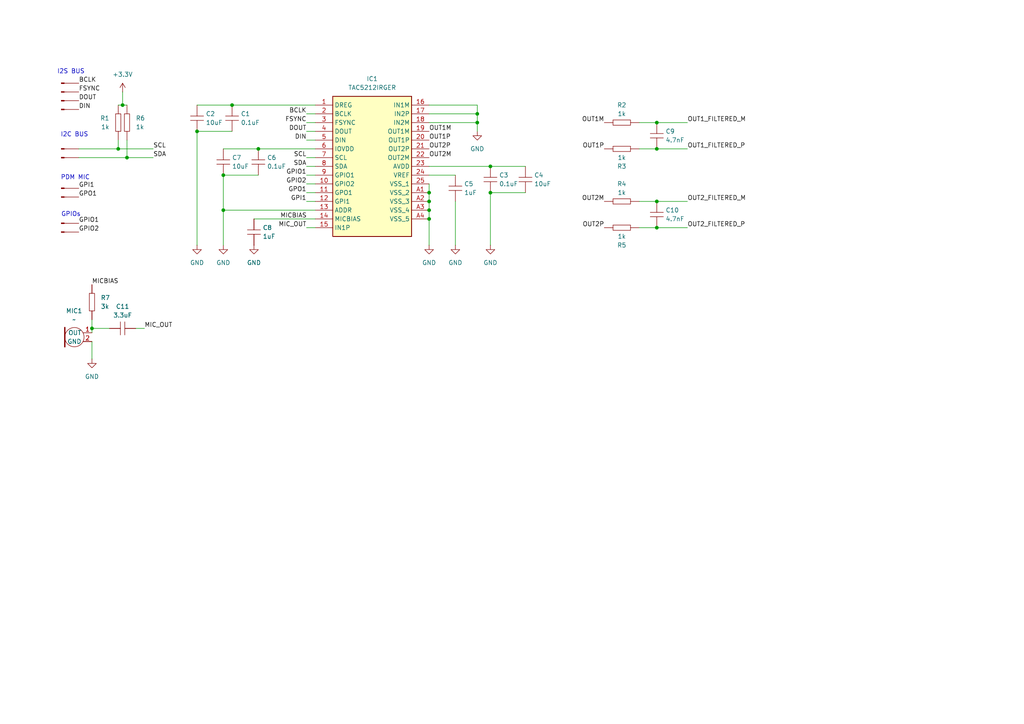
<source format=kicad_sch>
(kicad_sch (version 20250114) (generator "eeschema") (generator_version "9.0")
  (paper "A4")
  (lib_symbols
    (symbol "TheCompany:C_Generic" (pin_numbers (hide yes))
      (property "Reference" "C" (at 0 3.048 0))
      (symbol "C_Generic_0_1"
        (polyline (pts (xy -0.635 1.905) (xy -0.635 -1.905)))
        (polyline (pts (xy 0.635 1.905) (xy 0.635 -1.905)))
      )
      (symbol "C_Generic_1_1"
        (pin passive line (at -3.81 0 0) (length 3.175) (name "") (number "1"))
        (pin passive line (at 3.81 0 180) (length 3.175) (name "") (number "2"))
      )
    )
    (symbol "TheCompany:Electret_Microphone"
      (property "Reference" "MIC" (at 0 4.064 0))
      (symbol "Electret_Microphone_0_1"
        (circle (center -1.27 0) (radius 2.794))
      )
      (symbol "Electret_Microphone_1_1"
        (polyline (pts (xy -4.064 2.794) (xy -4.064 -2.794)) (stroke (width 0.381)))
        (pin output line (at 3.81 1.27 180) (length 2.54) (name "OUT") (number "1"))
        (pin output line (at 3.81 -1.27 180) (length 2.54) (name "GND") (number "2"))
      )
    )
    (symbol "TheCompany:R_Generic" (pin_numbers (hide yes))
      (property "Reference" "R" (at 0 1.778 0))
      (symbol "R_Generic_0_1"
        (rectangle (start -2.54 0.762) (end 2.54 -0.762))
      )
      (symbol "R_Generic_1_0"
        (pin passive line (at -5.08 0 0) (length 2.54) (name "") (number "1"))
        (pin passive line (at 5.08 0 180) (length 2.54) (name "") (number "2"))
      )
    )
    (symbol "power:+3.3V" (power) (pin_numbers (hide yes)) (pin_names (offset 0) (hide yes))
      (property "Value" "+3.3V" (at 0 3.556 0))
      (symbol "+3.3V_0_1"
        (polyline (pts (xy -0.762 1.27) (xy 0 2.54)))
        (polyline (pts (xy 0 2.54) (xy 0.762 1.27)))
        (polyline (pts (xy 0 0) (xy 0 2.54)))
      )
      (symbol "+3.3V_1_1"
        (pin power_in line (at 0 0 90) (length 0) (name "~") (number "1"))
      )
    )
    (symbol "power:GND" (power) (pin_numbers (hide yes)) (pin_names (offset 0) (hide yes))
      (property "Value" "GND" (at 0 -3.81 0))
      (symbol "GND_0_1"
        (polyline (pts (xy 0 0) (xy 0 -1.27) (xy 1.27 -1.27) (xy 0 -2.54) (xy -1.27 -1.27) (xy 0 -1.27)))
      )
      (symbol "GND_1_1"
        (pin power_in line (at 0 0 270) (length 0) (name "~") (number "1"))
      )
    )
    (symbol "project:Conn_01x01_Pin" (pin_numbers (hide yes)) (pin_names (offset 1.016) (hide yes))
      (symbol "Conn_01x01_Pin_1_1"
        (rectangle (start 0.8636 0.127) (end 0 -0.127) (stroke (width 0.1524)) (fill (type outline)))
        (polyline (pts (xy 1.27 0) (xy 0.8636 0)) (stroke (width 0.1524)))
        (pin passive line (at 5.08 0 180) (length 3.81) (name "Pin_1") (number "1"))
      )
    )
    (symbol "project:TAC5212IRGER"
      (property "Reference" "IC" (at 29.21 7.62 0))
      (property "Value" "TAC5212IRGER" (at 29.21 5.08 0))
      (symbol "TAC5212IRGER_1_1"
        (rectangle (start 5.08 2.54) (end 27.94 -38.1) (stroke (width 0.254)) (fill (type background)))
        (pin passive line (at 0 0 0) (length 5.08) (name "DREG") (number "1"))
        (pin passive line (at 0 -2.54 0) (length 5.08) (name "BCLK") (number "2"))
        (pin passive line (at 0 -5.08 0) (length 5.08) (name "FSYNC") (number "3"))
        (pin passive line (at 0 -7.62 0) (length 5.08) (name "DOUT") (number "4"))
        (pin passive line (at 0 -10.16 0) (length 5.08) (name "DIN") (number "5"))
        (pin passive line (at 0 -12.7 0) (length 5.08) (name "IOVDD") (number "6"))
        (pin passive line (at 0 -15.24 0) (length 5.08) (name "SCL") (number "7"))
        (pin passive line (at 0 -17.78 0) (length 5.08) (name "SDA") (number "8"))
        (pin passive line (at 0 -20.32 0) (length 5.08) (name "GPIO1") (number "9"))
        (pin passive line (at 0 -22.86 0) (length 5.08) (name "GPIO2") (number "10"))
        (pin passive line (at 0 -25.4 0) (length 5.08) (name "GPO1") (number "11"))
        (pin passive line (at 0 -27.94 0) (length 5.08) (name "GPI1") (number "12"))
        (pin passive line (at 0 -30.48 0) (length 5.08) (name "ADDR") (number "13"))
        (pin passive line (at 0 -33.02 0) (length 5.08) (name "MICBIAS") (number "14"))
        (pin passive line (at 0 -35.56 0) (length 5.08) (name "IN1P") (number "15"))
        (pin passive line (at 33.02 0 180) (length 5.08) (name "IN1M") (number "16"))
        (pin passive line (at 33.02 -2.54 180) (length 5.08) (name "IN2P") (number "17"))
        (pin passive line (at 33.02 -5.08 180) (length 5.08) (name "IN2M") (number "18"))
        (pin passive line (at 33.02 -7.62 180) (length 5.08) (name "OUT1M") (number "19"))
        (pin passive line (at 33.02 -10.16 180) (length 5.08) (name "OUT1P") (number "20"))
        (pin passive line (at 33.02 -12.7 180) (length 5.08) (name "OUT2P") (number "21"))
        (pin passive line (at 33.02 -15.24 180) (length 5.08) (name "OUT2M") (number "22"))
        (pin passive line (at 33.02 -17.78 180) (length 5.08) (name "AVDD") (number "23"))
        (pin passive line (at 33.02 -20.32 180) (length 5.08) (name "VREF") (number "24"))
        (pin passive line (at 33.02 -22.86 180) (length 5.08) (name "VSS_1") (number "25"))
        (pin passive line (at 33.02 -25.4 180) (length 5.08) (name "VSS_2") (number "A1"))
        (pin passive line (at 33.02 -27.94 180) (length 5.08) (name "VSS_3") (number "A2"))
        (pin passive line (at 33.02 -30.48 180) (length 5.08) (name "VSS_4") (number "A3"))
        (pin passive line (at 33.02 -33.02 180) (length 5.08) (name "VSS_5") (number "A4"))
      )
    )
  )
  (text "I2S BUS" (at 20.574 20.828 0) (effects (font (size 1.27 1.27))))
  (text "PDM MIC" (at 21.844 51.562 0) (effects (font (size 1.27 1.27))))
  (text "I2C BUS" (at 21.59 39.116 0) (effects (font (size 1.27 1.27))))
  (text "GPIOs" (at 20.574 62.23 0) (effects (font (size 1.27 1.27))))
  (junction (at 142.24 55.88))
  (junction (at 124.46 60.96))
  (junction (at 190.5 35.56))
  (junction (at 124.46 55.88))
  (junction (at 74.93 43.18))
  (junction (at 64.77 60.96))
  (junction (at 124.46 63.5))
  (junction (at 34.29 43.18))
  (junction (at 26.67 95.25))
  (junction (at 190.5 66.04))
  (junction (at 138.43 33.02))
  (junction (at 138.43 35.56))
  (junction (at 142.24 48.26))
  (junction (at 190.5 43.18))
  (junction (at 36.83 45.72))
  (junction (at 35.56 30.48))
  (junction (at 64.77 50.8))
  (junction (at 190.5 58.42))
  (junction (at 57.15 38.1))
  (junction (at 67.31 30.48))
  (junction (at 124.46 58.42))
  (wire (pts (xy 67.31 30.48) (xy 91.44 30.48)))
  (wire (pts (xy 124.46 50.8) (xy 132.08 50.8)))
  (wire (pts (xy 88.9 48.26) (xy 91.44 48.26)))
  (wire (pts (xy 88.9 35.56) (xy 91.44 35.56)))
  (wire (pts (xy 124.46 30.48) (xy 138.43 30.48)))
  (wire (pts (xy 73.66 63.5) (xy 91.44 63.5)))
  (wire (pts (xy 74.93 43.18) (xy 91.44 43.18)))
  (wire (pts (xy 124.46 33.02) (xy 138.43 33.02)))
  (wire (pts (xy 88.9 66.04) (xy 91.44 66.04)))
  (wire (pts (xy 35.56 26.67) (xy 35.56 30.48)))
  (wire (pts (xy 22.86 45.72) (xy 36.83 45.72)))
  (wire (pts (xy 64.77 50.8) (xy 64.77 60.96)))
  (wire (pts (xy 138.43 30.48) (xy 138.43 33.02)))
  (wire (pts (xy 34.29 40.64) (xy 34.29 43.18)))
  (wire (pts (xy 142.24 55.88) (xy 152.4 55.88)))
  (wire (pts (xy 124.46 63.5) (xy 124.46 71.12)))
  (wire (pts (xy 88.9 45.72) (xy 91.44 45.72)))
  (wire (pts (xy 185.42 58.42) (xy 190.5 58.42)))
  (wire (pts (xy 64.77 60.96) (xy 64.77 71.12)))
  (wire (pts (xy 57.15 38.1) (xy 67.31 38.1)))
  (wire (pts (xy 57.15 38.1) (xy 57.15 71.12)))
  (wire (pts (xy 57.15 30.48) (xy 67.31 30.48)))
  (wire (pts (xy 132.08 58.42) (xy 132.08 71.12)))
  (wire (pts (xy 26.67 104.14) (xy 26.67 99.06)))
  (wire (pts (xy 190.5 58.42) (xy 199.39 58.42)))
  (wire (pts (xy 190.5 43.18) (xy 199.39 43.18)))
  (wire (pts (xy 124.46 35.56) (xy 138.43 35.56)))
  (wire (pts (xy 35.56 30.48) (xy 36.83 30.48)))
  (wire (pts (xy 26.67 92.71) (xy 26.67 95.25)))
  (wire (pts (xy 138.43 35.56) (xy 138.43 38.1)))
  (wire (pts (xy 185.42 35.56) (xy 190.5 35.56)))
  (wire (pts (xy 26.67 95.25) (xy 31.75 95.25)))
  (wire (pts (xy 88.9 50.8) (xy 91.44 50.8)))
  (wire (pts (xy 64.77 60.96) (xy 91.44 60.96)))
  (wire (pts (xy 138.43 33.02) (xy 138.43 35.56)))
  (wire (pts (xy 41.91 95.25) (xy 39.37 95.25)))
  (wire (pts (xy 88.9 38.1) (xy 91.44 38.1)))
  (wire (pts (xy 64.77 50.8) (xy 74.93 50.8)))
  (wire (pts (xy 190.5 66.04) (xy 199.39 66.04)))
  (wire (pts (xy 88.9 33.02) (xy 91.44 33.02)))
  (wire (pts (xy 142.24 55.88) (xy 142.24 71.12)))
  (wire (pts (xy 185.42 66.04) (xy 190.5 66.04)))
  (wire (pts (xy 88.9 58.42) (xy 91.44 58.42)))
  (wire (pts (xy 124.46 48.26) (xy 142.24 48.26)))
  (wire (pts (xy 88.9 40.64) (xy 91.44 40.64)))
  (wire (pts (xy 22.86 43.18) (xy 34.29 43.18)))
  (wire (pts (xy 36.83 45.72) (xy 44.45 45.72)))
  (wire (pts (xy 36.83 40.64) (xy 36.83 45.72)))
  (wire (pts (xy 88.9 53.34) (xy 91.44 53.34)))
  (wire (pts (xy 26.67 95.25) (xy 26.67 96.52)))
  (wire (pts (xy 124.46 53.34) (xy 124.46 55.88)))
  (wire (pts (xy 34.29 43.18) (xy 44.45 43.18)))
  (wire (pts (xy 34.29 30.48) (xy 35.56 30.48)))
  (wire (pts (xy 124.46 60.96) (xy 124.46 63.5)))
  (wire (pts (xy 190.5 35.56) (xy 199.39 35.56)))
  (wire (pts (xy 142.24 48.26) (xy 152.4 48.26)))
  (wire (pts (xy 88.9 55.88) (xy 91.44 55.88)))
  (wire (pts (xy 64.77 43.18) (xy 74.93 43.18)))
  (wire (pts (xy 185.42 43.18) (xy 190.5 43.18)))
  (wire (pts (xy 124.46 58.42) (xy 124.46 60.96)))
  (wire (pts (xy 124.46 55.88) (xy 124.46 58.42)))
  (label "OUT2P" (at 175.26 66.04 180))
  (label "GPI1" (at 88.9 58.42 180))
  (label "OUT1P" (at 124.46 40.64 0))
  (label "MICBIAS" (at 81.28 63.5 0))
  (label "SCL" (at 88.9 45.72 180))
  (label "OUT2M" (at 175.26 58.42 180))
  (label "GPO1" (at 88.9 55.88 180))
  (label "GPI1" (at 22.86 54.61 0))
  (label "GPO1" (at 22.86 57.15 0))
  (label "BCLK" (at 88.9 33.02 180))
  (label "GPIO1" (at 88.9 50.8 180))
  (label "DOUT" (at 22.86 29.21 0))
  (label "OUT2M" (at 124.46 45.72 0))
  (label "GPIO2" (at 22.86 67.31 0))
  (label "DIN" (at 88.9 40.64 180))
  (label "BCLK" (at 22.86 24.13 0))
  (label "GPIO1" (at 22.86 64.77 0))
  (label "MIC_OUT" (at 41.91 95.25 0))
  (label "SCL" (at 44.45 43.18 0))
  (label "OUT2_FILTERED_P" (at 199.39 66.04 0))
  (label "DOUT" (at 88.9 38.1 180))
  (label "OUT1P" (at 175.26 43.18 180))
  (label "MIC_OUT" (at 88.9 66.04 180))
  (label "FSYNC" (at 88.9 35.56 180))
  (label "OUT2P" (at 124.46 43.18 0))
  (label "MICBIAS" (at 26.67 82.55 0))
  (label "OUT2_FILTERED_M" (at 199.39 58.42 0))
  (label "OUT1M" (at 175.26 35.56 180))
  (label "OUT1M" (at 124.46 38.1 0))
  (label "FSYNC" (at 22.86 26.67 0))
  (label "OUT1_FILTERED_P" (at 199.39 43.18 0))
  (label "SDA" (at 44.45 45.72 0))
  (label "DIN" (at 22.86 31.75 0))
  (label "OUT1_FILTERED_M" (at 199.39 35.56 0))
  (label "SDA" (at 88.9 48.26 180))
  (label "GPIO2" (at 88.9 53.34 180))
  (symbol (lib_id "TheCompany:C_Generic") (at 142.24 52.07 90) (unit 1)
    (property "Reference" "C3" (at 144.78 50.7999 90) (effects (justify right)))
    (property "Value" "0.1uF" (at 144.78 53.3399 90) (effects (justify right)))
  )
  (symbol (lib_id "TheCompany:C_Generic") (at 152.4 52.07 90) (unit 1)
    (property "Reference" "C4" (at 154.94 50.7999 90) (effects (justify right)))
    (property "Value" "10uF" (at 154.94 53.3399 90) (effects (justify right)))
  )
  (symbol (lib_id "power:GND") (at 73.66 71.12 0) (unit 1)
    (property "Reference" "#PWR06" (effects (hide yes)))
    (property "Value" "GND" (at 73.66 76.2 0))
    (property "Description" "Power symbol creates a global label with name \"GND\" , ground" (effects (hide yes)))
  )
  (symbol (lib_id "project:Conn_01x01_Pin") (at 17.78 54.61 0) (unit 1)
    (property "Reference" "J7" (effects (hide yes)))
    (property "Value" "Conn_01x01_Pin" (effects (hide yes)))
    (property "Description" "Generic connector, single row, 01x01, script generated" (effects (hide yes)))
  )
  (symbol (lib_id "project:Conn_01x01_Pin") (at 17.78 29.21 0) (unit 1)
    (property "Reference" "J2" (effects (hide yes)))
    (property "Value" "Conn_01x01_Pin" (effects (hide yes)))
    (property "Description" "Generic connector, single row, 01x01, script generated" (effects (hide yes)))
  )
  (symbol (lib_id "project:Conn_01x01_Pin") (at 17.78 26.67 0) (unit 1)
    (property "Reference" "J1" (effects (hide yes)))
    (property "Value" "Conn_01x01_Pin" (effects (hide yes)))
    (property "Description" "Generic connector, single row, 01x01, script generated" (effects (hide yes)))
  )
  (symbol (lib_id "project:Conn_01x01_Pin") (at 17.78 24.13 0) (unit 1)
    (property "Reference" "J5" (effects (hide yes)))
    (property "Value" "Conn_01x01_Pin" (effects (hide yes)))
    (property "Description" "Generic connector, single row, 01x01, script generated" (effects (hide yes)))
  )
  (symbol (lib_id "project:Conn_01x01_Pin") (at 17.78 64.77 0) (unit 1)
    (property "Reference" "J9" (effects (hide yes)))
    (property "Value" "Conn_01x01_Pin" (effects (hide yes)))
    (property "Description" "Generic connector, single row, 01x01, script generated" (effects (hide yes)))
  )
  (symbol (lib_id "TheCompany:R_Generic") (at 26.67 87.63 90) (unit 1)
    (property "Reference" "R7" (at 29.21 86.3599 90) (effects (justify right)))
    (property "Value" "3k" (at 29.21 88.8999 90) (effects (justify right)))
  )
  (symbol (lib_id "TheCompany:C_Generic") (at 74.93 46.99 90) (unit 1)
    (property "Reference" "C6" (at 77.47 45.7199 90) (effects (justify right)))
    (property "Value" "0.1uF" (at 77.47 48.2599 90) (effects (justify right)))
  )
  (symbol (lib_id "TheCompany:C_Generic") (at 190.5 62.23 90) (unit 1)
    (property "Reference" "C10" (at 193.04 60.9599 90) (effects (justify right)))
    (property "Value" "4.7nF" (at 193.04 63.4999 90) (effects (justify right)))
  )
  (symbol (lib_id "TheCompany:C_Generic") (at 132.08 54.61 90) (unit 1)
    (property "Reference" "C5" (at 134.62 53.3399 90) (effects (justify right)))
    (property "Value" "1uF" (at 134.62 55.8799 90) (effects (justify right)))
  )
  (symbol (lib_id "project:Conn_01x01_Pin") (at 17.78 45.72 0) (unit 1)
    (property "Reference" "J6" (effects (hide yes)))
    (property "Value" "Conn_01x01_Pin" (effects (hide yes)))
    (property "Description" "Generic connector, single row, 01x01, script generated" (effects (hide yes)))
  )
  (symbol (lib_id "power:GND") (at 142.24 71.12 0) (unit 1)
    (property "Reference" "#PWR03" (effects (hide yes)))
    (property "Value" "GND" (at 142.24 76.2 0))
    (property "Description" "Power symbol creates a global label with name \"GND\" , ground" (effects (hide yes)))
  )
  (symbol (lib_id "power:GND") (at 124.46 71.12 0) (unit 1)
    (property "Reference" "#PWR01" (effects (hide yes)))
    (property "Value" "GND" (at 124.46 76.2 0))
    (property "Description" "Power symbol creates a global label with name \"GND\" , ground" (effects (hide yes)))
  )
  (symbol (lib_id "project:Conn_01x01_Pin") (at 17.78 31.75 0) (unit 1)
    (property "Reference" "J3" (effects (hide yes)))
    (property "Value" "Conn_01x01_Pin" (effects (hide yes)))
    (property "Description" "Generic connector, single row, 01x01, script generated" (effects (hide yes)))
  )
  (symbol (lib_id "TheCompany:R_Generic") (at 180.34 58.42 0) (unit 1)
    (property "Reference" "R4" (at 180.34 53.34 0))
    (property "Value" "1k" (at 180.34 55.88 0))
  )
  (symbol (lib_id "TheCompany:C_Generic") (at 190.5 39.37 90) (unit 1)
    (property "Reference" "C9" (at 193.04 38.0999 90) (effects (justify right)))
    (property "Value" "4.7nF" (at 193.04 40.6399 90) (effects (justify right)))
  )
  (symbol (lib_id "TheCompany:C_Generic") (at 57.15 34.29 90) (unit 1)
    (property "Reference" "C2" (at 59.69 33.0199 90) (effects (justify right)))
    (property "Value" "10uF" (at 59.69 35.5599 90) (effects (justify right)))
  )
  (symbol (lib_id "project:TAC5212IRGER") (at 91.44 30.48 0) (unit 1)
    (property "Reference" "IC1" (at 107.95 22.86 0))
    (property "Value" "TAC5212IRGER" (at 107.95 25.4 0))
    (property "Footprint" "TheCompany:QFN-24-1EP_4x4mm_P0.5mm_EP2.5x2.5mm_corner_pads" (effects (hide yes)))
    (property "Datasheet" "https://www.ti.com/lit/ds/symlink/tac5212.pdf" (effects (hide yes)))
    (property "Description" "Mono Audio Interface 16 b, 20 b, 24 b, 32 b DSP, I2C, I2S, PCM, SPI 24-VQFN (4x4)" (effects (hide yes)))
    (property "Height" "1" (effects (hide yes)))
    (property "Manufacturer_Name" "Texas Instruments" (effects (hide yes)))
    (property "Manufacturer_Part_Number" "TAC5212IRGER" (effects (hide yes)))
  )
  (symbol (lib_id "project:Conn_01x01_Pin") (at 17.78 43.18 0) (unit 1)
    (property "Reference" "J4" (effects (hide yes)))
    (property "Value" "Conn_01x01_Pin" (effects (hide yes)))
    (property "Description" "Generic connector, single row, 01x01, script generated" (effects (hide yes)))
  )
  (symbol (lib_id "power:GND") (at 132.08 71.12 0) (unit 1)
    (property "Reference" "#PWR02" (effects (hide yes)))
    (property "Value" "GND" (at 132.08 76.2 0))
    (property "Description" "Power symbol creates a global label with name \"GND\" , ground" (effects (hide yes)))
  )
  (symbol (lib_id "TheCompany:C_Generic") (at 35.56 95.25 0) (unit 1)
    (property "Reference" "C11" (at 35.56 88.9 0))
    (property "Value" "3.3uF" (at 35.56 91.44 0))
  )
  (symbol (lib_id "TheCompany:R_Generic") (at 180.34 43.18 0) (mirror x) (unit 1)
    (property "Reference" "R3" (at 180.34 48.26 0))
    (property "Value" "1k" (at 180.34 45.72 0))
  )
  (symbol (lib_id "TheCompany:R_Generic") (at 180.34 66.04 0) (mirror x) (unit 1)
    (property "Reference" "R5" (at 180.34 71.12 0))
    (property "Value" "1k" (at 180.34 68.58 0))
  )
  (symbol (lib_id "TheCompany:R_Generic") (at 180.34 35.56 0) (unit 1)
    (property "Reference" "R2" (at 180.34 30.48 0))
    (property "Value" "1k" (at 180.34 33.02 0))
  )
  (symbol (lib_id "power:+3.3V") (at 35.56 26.67 0) (unit 1)
    (property "Reference" "#PWR07" (effects (hide yes)))
    (property "Value" "+3.3V" (at 35.56 21.59 0))
    (property "Description" "Power symbol creates a global label with name \"+3.3V\"" (effects (hide yes)))
  )
  (symbol (lib_id "TheCompany:C_Generic") (at 64.77 46.99 90) (unit 1)
    (property "Reference" "C7" (at 67.31 45.7199 90) (effects (justify right)))
    (property "Value" "10uF" (at 67.31 48.2599 90) (effects (justify right)))
  )
  (symbol (lib_id "TheCompany:C_Generic") (at 67.31 34.29 90) (unit 1)
    (property "Reference" "C1" (at 69.85 33.0199 90) (effects (justify right)))
    (property "Value" "0.1uF" (at 69.85 35.5599 90) (effects (justify right)))
  )
  (symbol (lib_id "TheCompany:R_Generic") (at 34.29 35.56 270) (mirror x) (unit 1)
    (property "Reference" "R1" (at 31.75 34.2899 90) (effects (justify right)))
    (property "Value" "1k" (at 31.75 36.8299 90) (effects (justify right)))
  )
  (symbol (lib_id "power:GND") (at 138.43 38.1 0) (unit 1)
    (property "Reference" "#PWR09" (effects (hide yes)))
    (property "Value" "GND" (at 138.43 43.18 0))
    (property "Description" "Power symbol creates a global label with name \"GND\" , ground" (effects (hide yes)))
  )
  (symbol (lib_id "power:GND") (at 64.77 71.12 0) (unit 1)
    (property "Reference" "#PWR05" (effects (hide yes)))
    (property "Value" "GND" (at 64.77 76.2 0))
    (property "Description" "Power symbol creates a global label with name \"GND\" , ground" (effects (hide yes)))
  )
  (symbol (lib_id "power:GND") (at 26.67 104.14 0) (unit 1)
    (property "Reference" "#PWR08" (effects (hide yes)))
    (property "Value" "GND" (at 26.67 109.22 0))
    (property "Description" "Power symbol creates a global label with name \"GND\" , ground" (effects (hide yes)))
  )
  (symbol (lib_id "power:GND") (at 57.15 71.12 0) (unit 1)
    (property "Reference" "#PWR04" (effects (hide yes)))
    (property "Value" "GND" (at 57.15 76.2 0))
    (property "Description" "Power symbol creates a global label with name \"GND\" , ground" (effects (hide yes)))
  )
  (symbol (lib_id "project:Conn_01x01_Pin") (at 17.78 57.15 0) (unit 1)
    (property "Reference" "J8" (effects (hide yes)))
    (property "Value" "Conn_01x01_Pin" (effects (hide yes)))
    (property "Description" "Generic connector, single row, 01x01, script generated" (effects (hide yes)))
  )
  (symbol (lib_id "TheCompany:C_Generic") (at 73.66 67.31 90) (unit 1)
    (property "Reference" "C8" (at 76.2 66.0399 90) (effects (justify right)))
    (property "Value" "1uF" (at 76.2 68.5799 90) (effects (justify right)))
  )
  (symbol (lib_id "TheCompany:R_Generic") (at 36.83 35.56 90) (unit 1)
    (property "Reference" "R6" (at 39.37 34.2899 90) (effects (justify right)))
    (property "Value" "1k" (at 39.37 36.8299 90) (effects (justify right)))
  )
  (symbol (lib_id "TheCompany:Electret_Microphone") (at 22.86 97.79 0) (unit 1)
    (property "Reference" "MIC1" (at 21.4947 90.17 0))
    (property "Value" "~" (at 21.4947 92.71 0))
  )
  (symbol (lib_id "project:Conn_01x01_Pin") (at 17.78 67.31 0) (unit 1)
    (property "Reference" "J10" (effects (hide yes)))
    (property "Value" "Conn_01x01_Pin" (effects (hide yes)))
    (property "Description" "Generic connector, single row, 01x01, script generated" (effects (hide yes)))
  )
)
</source>
